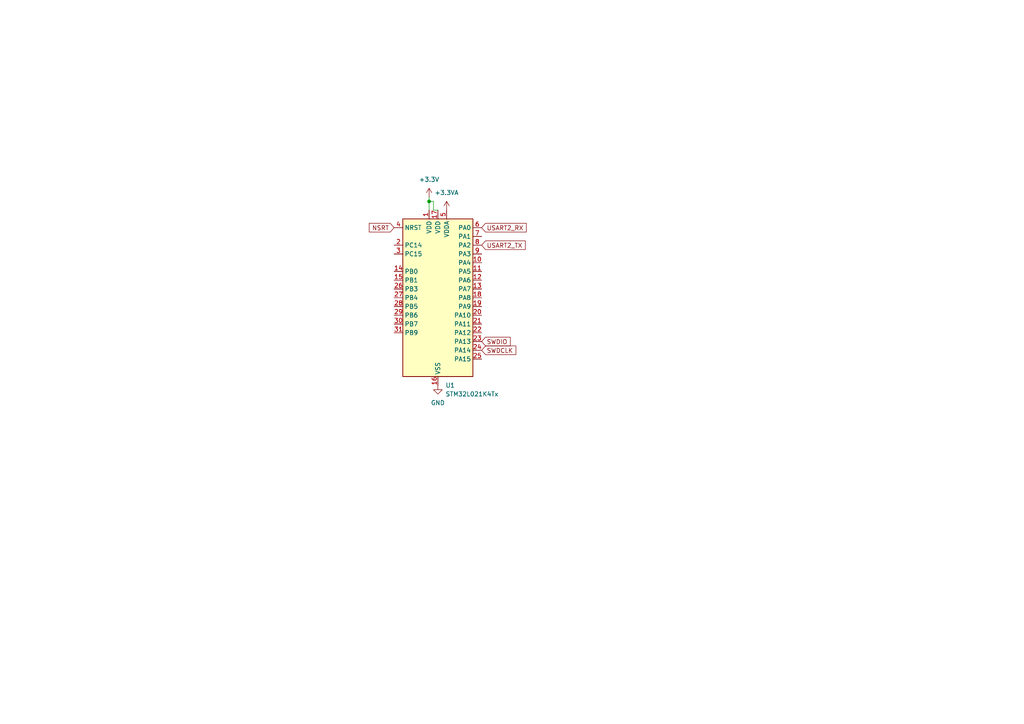
<source format=kicad_sch>
(kicad_sch (version 20230121) (generator eeschema)
  (paper "A4")
  (lib_symbols
    (symbol "MCU_ST_STM32L0:STM32L021K4Tx"
      (property "Reference" "U" (at -10.16 24.13 0))
      (property "Value" "STM32L021K4Tx" (at 5.08 24.13 0))
      (symbol "STM32L021K4Tx_0_1"
        (rectangle (start -10.16 -22.86) (end 10.16 22.86) (stroke (width 0.254)) (fill (type background)))
      )
      (symbol "STM32L021K4Tx_1_1"
        (pin power_in line (at -2.54 25.4 270) (length 2.54) (name "VDD") (number "1"))
        (pin bidirectional line (at 12.7 10.16 180) (length 2.54) (name "PA4") (number "10"))
        (pin bidirectional line (at 12.7 7.62 180) (length 2.54) (name "PA5") (number "11"))
        (pin bidirectional line (at 12.7 5.08 180) (length 2.54) (name "PA6") (number "12"))
        (pin bidirectional line (at 12.7 2.54 180) (length 2.54) (name "PA7") (number "13"))
        (pin bidirectional line (at -12.7 7.62 0) (length 2.54) (name "PB0") (number "14"))
        (pin bidirectional line (at -12.7 5.08 0) (length 2.54) (name "PB1") (number "15"))
        (pin power_in line (at 0 -25.4 90) (length 2.54) (name "VSS") (number "16"))
        (pin power_in line (at 0 25.4 270) (length 2.54) (name "VDD") (number "17"))
        (pin bidirectional line (at 12.7 0 180) (length 2.54) (name "PA8") (number "18"))
        (pin bidirectional line (at 12.7 -2.54 180) (length 2.54) (name "PA9") (number "19"))
        (pin bidirectional line (at -12.7 15.24 0) (length 2.54) (name "PC14") (number "2"))
        (pin bidirectional line (at 12.7 -5.08 180) (length 2.54) (name "PA10") (number "20"))
        (pin bidirectional line (at 12.7 -7.62 180) (length 2.54) (name "PA11") (number "21"))
        (pin bidirectional line (at 12.7 -10.16 180) (length 2.54) (name "PA12") (number "22"))
        (pin bidirectional line (at 12.7 -12.7 180) (length 2.54) (name "PA13") (number "23"))
        (pin bidirectional line (at 12.7 -15.24 180) (length 2.54) (name "PA14") (number "24"))
        (pin bidirectional line (at 12.7 -17.78 180) (length 2.54) (name "PA15") (number "25"))
        (pin bidirectional line (at -12.7 2.54 0) (length 2.54) (name "PB3") (number "26"))
        (pin bidirectional line (at -12.7 0 0) (length 2.54) (name "PB4") (number "27"))
        (pin bidirectional line (at -12.7 -2.54 0) (length 2.54) (name "PB5") (number "28"))
        (pin bidirectional line (at -12.7 -5.08 0) (length 2.54) (name "PB6") (number "29"))
        (pin bidirectional line (at -12.7 12.7 0) (length 2.54) (name "PC15") (number "3"))
        (pin bidirectional line (at -12.7 -7.62 0) (length 2.54) (name "PB7") (number "30"))
        (pin bidirectional line (at -12.7 -10.16 0) (length 2.54) (name "PB9") (number "31"))
        (pin passive line (at 0 -25.4 90) (length 2.54) hide (name "VSS") (number "32"))
        (pin input line (at -12.7 20.32 0) (length 2.54) (name "NRST") (number "4"))
        (pin power_in line (at 2.54 25.4 270) (length 2.54) (name "VDDA") (number "5"))
        (pin bidirectional line (at 12.7 20.32 180) (length 2.54) (name "PA0") (number "6"))
        (pin bidirectional line (at 12.7 17.78 180) (length 2.54) (name "PA1") (number "7"))
        (pin bidirectional line (at 12.7 15.24 180) (length 2.54) (name "PA2") (number "8"))
        (pin bidirectional line (at 12.7 12.7 180) (length 2.54) (name "PA3") (number "9"))
      )
    )
    (symbol "power:+3.3V" (power) (pin_names (offset 0))
      (property "Value" "+3.3V" (at 0 3.556 0))
      (symbol "+3.3V_0_1"
        (polyline (pts (xy -0.762 1.27) (xy 0 2.54)))
        (polyline (pts (xy 0 0) (xy 0 2.54)))
        (polyline (pts (xy 0 2.54) (xy 0.762 1.27)))
      )
      (symbol "+3.3V_1_1"
        (pin power_in line (at 0 0 90) (length 0) hide (name "+3.3V") (number "1"))
      )
    )
    (symbol "power:+3.3VA" (power) (pin_names (offset 0))
      (property "Value" "+3.3VA" (at 0 3.556 0))
      (symbol "+3.3VA_0_1"
        (polyline (pts (xy -0.762 1.27) (xy 0 2.54)))
        (polyline (pts (xy 0 0) (xy 0 2.54)))
        (polyline (pts (xy 0 2.54) (xy 0.762 1.27)))
      )
      (symbol "+3.3VA_1_1"
        (pin power_in line (at 0 0 90) (length 0) hide (name "+3.3VA") (number "1"))
      )
    )
    (symbol "power:GND" (power) (pin_names (offset 0))
      (property "Value" "GND" (at 0 -3.81 0))
      (symbol "GND_0_1"
        (polyline (pts (xy 0 0) (xy 0 -1.27) (xy 1.27 -1.27) (xy 0 -2.54) (xy -1.27 -1.27) (xy 0 -1.27)))
      )
      (symbol "GND_1_1"
        (pin power_in line (at 0 0 270) (length 0) hide (name "GND") (number "1"))
      )
    )
  )
  (junction (at 124.46 58.42))
  (wire (pts (xy 125.73 58.42) (xy 125.73 60.96)))
  (wire (pts (xy 124.46 57.15) (xy 124.46 58.42)))
  (wire (pts (xy 124.46 58.42) (xy 125.73 58.42)))
  (wire (pts (xy 125.73 60.96) (xy 127 60.96)))
  (wire (pts (xy 124.46 58.42) (xy 124.46 60.96)))
  (global_label "NSRT" (shape input) (at 114.3 66.04 180) (property "Intersheetrefs" "${INTERSHEET_REFS}" (effects hide)))
  (global_label "SWDCLK" (shape input) (at 139.7 101.6 0) (property "Intersheetrefs" "${INTERSHEET_REFS}" (effects hide)))
  (global_label "USART2_RX" (shape input) (at 139.7 66.04 0) (property "Intersheetrefs" "${INTERSHEET_REFS}" (effects hide)))
  (global_label "SWDIO" (shape input) (at 139.7 99.06 0) (property "Intersheetrefs" "${INTERSHEET_REFS}" (effects hide)))
  (global_label "USART2_TX" (shape input) (at 139.7 71.12 0) (property "Intersheetrefs" "${INTERSHEET_REFS}" (effects hide)))
  (symbol (lib_id "power:GND") (at 127 111.76 0) (unit 1)
    (property "Reference" "#PWR01" (effects hide))
    (property "Value" "GND" (at 127 116.84 0))
  )
  (symbol (lib_id "MCU_ST_STM32L0:STM32L021K4Tx") (at 127 86.36 0) (unit 1)
    (property "Reference" "U1" (at 129.1941 111.76 0) (effects (justify left)))
    (property "Value" "STM32L021K4Tx" (at 129.1941 114.3 0) (effects (justify left)))
    (property "Footprint" "Package_QFP:LQFP-32_7x7mm_P0.8mm" (effects hide))
    (property "Datasheet" "https://www.st.com/resource/en/datasheet/stm32l021k4.pdf" (effects hide))
  )
  (symbol (lib_id "power:+3.3V") (at 124.46 57.15 0) (unit 1)
    (property "Reference" "#PWR03" (effects hide))
    (property "Value" "+3.3V" (at 124.46 52.07 0))
  )
  (symbol (lib_id "power:+3.3VA") (at 129.54 60.96 0) (unit 1)
    (property "Reference" "#PWR04" (effects hide))
    (property "Value" "+3.3VA" (at 129.54 55.88 0))
  )
)
</source>
